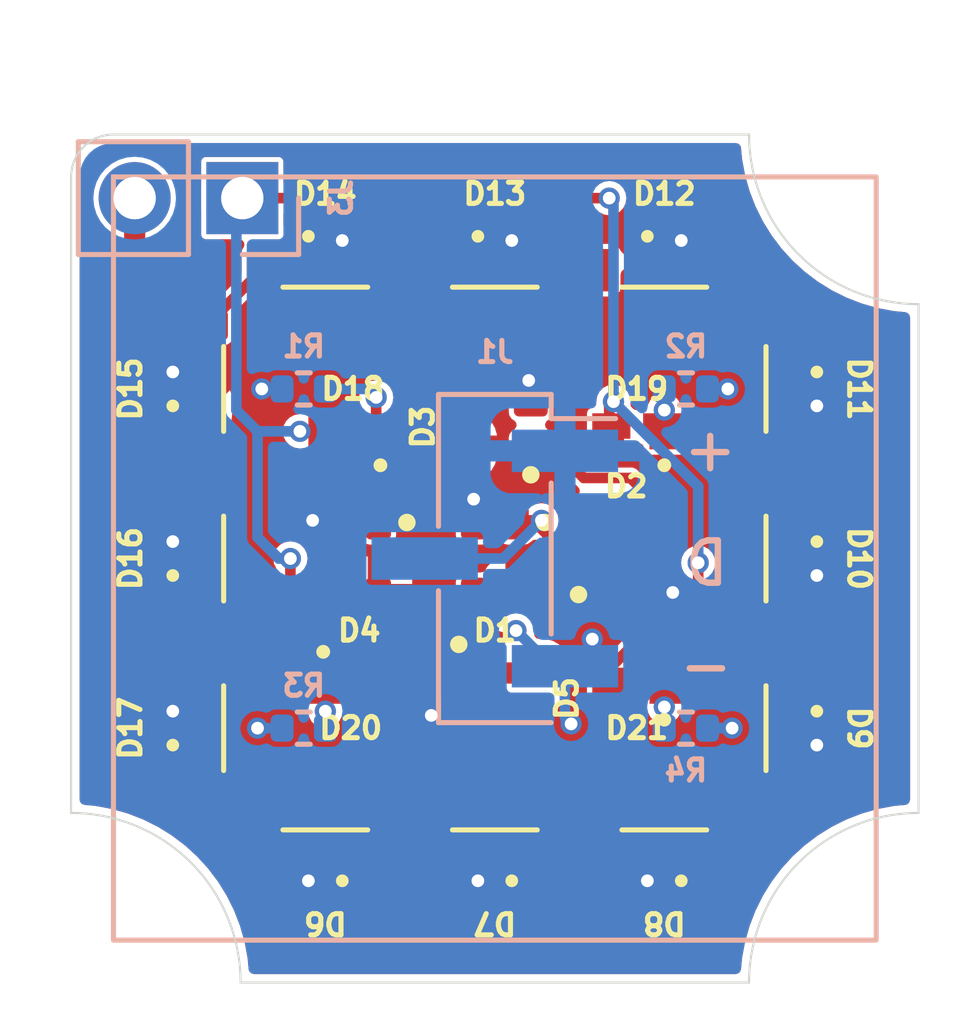
<source format=kicad_pcb>
(kicad_pcb (version 20241229) (generator "pcbnew") (generator_version "9.0")
  (layers (0 "F.Cu" signal) (4 "In1.Cu" signal) (6 "In2.Cu" signal) (2 "B.Cu" signal) (13 "F.Paste" user) (15 "B.Paste" user) (5 "F.SilkS" user "F.Silkscreen") (7 "B.SilkS" user "B.Silkscreen") (1 "F.Mask" user) (3 "B.Mask" user) (25 "Edge.Cuts" user))
  (net 0 "")
  (net 2 "Net-(D2-DOUT)")
  (net 3 "Net-(D3-DOUT)")
  (net 4 "Net-(D4-DOUT)")
  (net 5 "Net-(D5-DOUT)")
  (net 6 "Net-(D6-DOUT)")
  (net 7 "Net-(D7-DOUT)")
  (net 8 "Net-(D8-DOUT)")
  (net 9 "Net-(D10-DIN)")
  (net 10 "Net-(D10-DOUT)")
  (net 11 "Net-(D11-DOUT)")
  (net 12 "Net-(D12-DOUT)")
  (net 13 "Net-(D13-DOUT)")
  (net 14 "Net-(D14-DOUT)")
  (net 15 "Net-(D15-DOUT)")
  (net 16 "Net-(D16-DOUT)")
  (net 18 "GND")
  (net 19 "+5V")
  (net 20 "Net-(D18-K)")
  (net 21 "Net-(D19-K)")
  (net 22 "Net-(D20-K)")
  (net 23 "Net-(D21-K)")
  (net 24 "Net-(D18-A)")
  (net 25 "Net-(D1-DIN)")
  (footprint "Pixels-dice:SK68XX-EC3210F" (layer "F.Cu") (at 136.8 76 -90)
    (property "Reference" "D11" (at 0 -1.8 270) (layer "F.SilkS") (effects (font (size 0.5 0.5) (thickness 0.12))))
    (property "Value" "SK68XX-EC3210F" (hide yes))
    (fp_line (start -1 0.4) (end 1 0.4) (stroke (width 0.12)) (layer "F.SilkS"))
    (fp_circle (center -0.4 -0.8) (end -0.3 -0.8) (stroke (width 0.1)) (fill yes) (layer "F.SilkS"))
    (pad "1" smd roundrect (at -0.425 -0.2 270) (size 0.5 0.6) (layers "F.Cu" "F.Mask" "F.Paste") (roundrect_rratio 0.2) (net 18 "GND"))
    (pad "2" smd roundrect (at -1.505 0 270) (size 0.7 1) (layers "F.Cu" "F.Mask" "F.Paste") (roundrect_rratio 0.1428571429) (net 11 "Net-(D11-DOUT)"))
    (pad "3" smd roundrect (at 1.505 0 270) (size 0.7 1) (layers "F.Cu" "F.Mask" "F.Paste") (roundrect_rratio 0.1428571429) (net 10 "Net-(D10-DOUT)"))
    (pad "4" smd roundrect (at 0.425 -0.2 270) (size 0.5 0.6) (layers "F.Cu" "F.Mask" "F.Paste") (roundrect_rratio 0.2) (net 19 "+5V"))
  )
  (footprint "Pixels-dice:SK68XX-EC3210F" (layer "F.Cu") (at 134 73.2)
    (property "Reference" "D12" (at 0 -1.8 0) (layer "F.SilkS") (effects (font (size 0.5 0.5) (thickness 0.12))))
    (property "Value" "SK68XX-EC3210F" (hide yes))
    (fp_line (start -1 0.4) (end 1 0.4) (stroke (width 0.12)) (layer "F.SilkS"))
    (fp_circle (center -0.4 -0.8) (end -0.3 -0.8) (stroke (width 0.1)) (fill yes) (layer "F.SilkS"))
    (pad "1" smd roundrect (at -0.425 -0.2) (size 0.5 0.6) (layers "F.Cu" "F.Mask" "F.Paste") (roundrect_rratio 0.2) (net 18 "GND"))
    (pad "2" smd roundrect (at -1.505 0) (size 0.7 1) (layers "F.Cu" "F.Mask" "F.Paste") (roundrect_rratio 0.1428571429) (net 12 "Net-(D12-DOUT)"))
    (pad "3" smd roundrect (at 1.505 0) (size 0.7 1) (layers "F.Cu" "F.Mask" "F.Paste") (roundrect_rratio 0.1428571429) (net 11 "Net-(D11-DOUT)"))
    (pad "4" smd roundrect (at 0.425 -0.2) (size 0.5 0.6) (layers "F.Cu" "F.Mask" "F.Paste") (roundrect_rratio 0.2) (net 19 "+5V"))
  )
  (footprint "Pixels-dice:TX1812Z_2020" (layer "F.Cu") (at 126.75 80)
    (property "Reference" "D4" (at 0.05 1.7 180) (layer "F.SilkS") (effects (font (size 0.5 0.5) (thickness 0.12))))
    (property "Value" "TX1812ZWA5")
    (fp_circle (center 1.175 -0.85) (end 1.320774 -0.85) (stroke (width 0.12)) (fill yes) (layer "F.SilkS"))
    (pad "1" smd roundrect (at 0.5 -0.85 90) (size 0.8 0.6) (layers "F.Cu" "F.Mask" "F.Paste") (roundrect_rratio 0.2) (net 3 "Net-(D3-DOUT)"))
    (pad "2" smd roundrect (at -0.5 -0.85 90) (size 0.8 0.6) (layers "F.Cu" "F.Mask" "F.Paste") (roundrect_rratio 0.2) (net 19 "+5V"))
    (pad "3" smd roundrect (at -0.5 0.85 90) (size 0.8 0.6) (layers "F.Cu" "F.Mask" "F.Paste") (roundrect_rratio 0.2) (net 4 "Net-(D4-DOUT)"))
    (pad "4" smd roundrect (at 0.5 0.85 90) (size 0.8 0.6) (layers "F.Cu" "F.Mask" "F.Paste") (roundrect_rratio 0.2) (net 18 "GND"))
  )
  (footprint "Pixels-dice:SK68XX-EC3210F" (layer "F.Cu") (at 126 86.8 180)
    (property "Reference" "D6" (at 0 -1.8 180) (layer "F.SilkS") (effects (font (size 0.5 0.5) (thickness 0.12))))
    (property "Value" "SK68XX-EC3210F" (hide yes))
    (fp_line (start -1 0.4) (end 1 0.4) (stroke (width 0.12)) (layer "F.SilkS"))
    (fp_circle (center -0.4 -0.8) (end -0.3 -0.8) (stroke (width 0.1)) (fill yes) (layer "F.SilkS"))
    (pad "1" smd roundrect (at -0.425 -0.2 180) (size 0.5 0.6) (layers "F.Cu" "F.Mask" "F.Paste") (roundrect_rratio 0.2) (net 18 "GND"))
    (pad "2" smd roundrect (at -1.505 0 180) (size 0.7 1) (layers "F.Cu" "F.Mask" "F.Paste") (roundrect_rratio 0.1428571429) (net 6 "Net-(D6-DOUT)"))
    (pad "3" smd roundrect (at 1.505 0 180) (size 0.7 1) (layers "F.Cu" "F.Mask" "F.Paste") (roundrect_rratio 0.1428571429) (net 5 "Net-(D5-DOUT)"))
    (pad "4" smd roundrect (at 0.425 -0.2 180) (size 0.5 0.6) (layers "F.Cu" "F.Mask" "F.Paste") (roundrect_rratio 0.2) (net 19 "+5V"))
  )
  (footprint "Pixels-dice:TX1812Z_2020" (layer "F.Cu") (at 130 80)
    (property "Reference" "D1" (at 0 1.7 180) (layer "F.SilkS") (effects (font (size 0.5 0.5) (thickness 0.12))))
    (property "Value" "TX1812ZWA5")
    (fp_circle (center 1.175 -0.85) (end 1.320774 -0.85) (stroke (width 0.12)) (fill yes) (layer "F.SilkS"))
    (pad "1" smd roundrect (at 0.5 -0.85 90) (size 0.8 0.6) (layers "F.Cu" "F.Mask" "F.Paste") (roundrect_rratio 0.2) (net 25 "Net-(D1-DIN)"))
    (pad "2" smd roundrect (at -0.5 -0.85 90) (size 0.8 0.6) (layers "F.Cu" "F.Mask" "F.Paste") (roundrect_rratio 0.2) (net 19 "+5V"))
    (pad "3" smd roundrect (at -0.5 0.85 90) (size 0.8 0.6) (layers "F.Cu" "F.Mask" "F.Paste") (roundrect_rratio 0.2))
    (pad "4" smd roundrect (at 0.5 0.85 90) (size 0.8 0.6) (layers "F.Cu" "F.Mask" "F.Paste") (roundrect_rratio 0.2) (net 18 "GND"))
  )
  (footprint "Pixels-dice:SK68XX-EC3210F" (layer "F.Cu") (at 130 73.2)
    (property "Reference" "D13" (at 0 -1.8 0) (layer "F.SilkS") (effects (font (size 0.5 0.5) (thickness 0.12))))
    (property "Value" "SK68XX-EC3210F" (hide yes))
    (fp_line (start -1 0.4) (end 1 0.4) (stroke (width 0.12)) (layer "F.SilkS"))
    (fp_circle (center -0.4 -0.8) (end -0.3 -0.8) (stroke (width 0.1)) (fill yes) (layer "F.SilkS"))
    (pad "1" smd roundrect (at -0.425 -0.2) (size 0.5 0.6) (layers "F.Cu" "F.Mask" "F.Paste") (roundrect_rratio 0.2) (net 18 "GND"))
    (pad "2" smd roundrect (at -1.505 0) (size 0.7 1) (layers "F.Cu" "F.Mask" "F.Paste") (roundrect_rratio 0.1428571429) (net 13 "Net-(D13-DOUT)"))
    (pad "3" smd roundrect (at 1.505 0) (size 0.7 1) (layers "F.Cu" "F.Mask" "F.Paste") (roundrect_rratio 0.1428571429) (net 12 "Net-(D12-DOUT)"))
    (pad "4" smd roundrect (at 0.425 -0.2) (size 0.5 0.6) (layers "F.Cu" "F.Mask" "F.Paste") (roundrect_rratio 0.2) (net 19 "+5V"))
  )
  (footprint "Pixels-dice:SK68XX-EC3210F" (layer "F.Cu") (at 136.8 84 -90)
    (property "Reference" "D9" (at 0 -1.8 270) (layer "F.SilkS") (effects (font (size 0.5 0.5) (thickness 0.12))))
    (property "Value" "SK68XX-EC3210F" (hide yes))
    (fp_line (start -1 0.4) (end 1 0.4) (stroke (width 0.12)) (layer "F.SilkS"))
    (fp_circle (center -0.4 -0.8) (end -0.3 -0.8) (stroke (width 0.1)) (fill yes) (layer "F.SilkS"))
    (pad "1" smd roundrect (at -0.425 -0.2 270) (size 0.5 0.6) (layers "F.Cu" "F.Mask" "F.Paste") (roundrect_rratio 0.2) (net 18 "GND"))
    (pad "2" smd roundrect (at -1.505 0 270) (size 0.7 1) (layers "F.Cu" "F.Mask" "F.Paste") (roundrect_rratio 0.1428571429) (net 9 "Net-(D10-DIN)"))
    (pad "3" smd roundrect (at 1.505 0 270) (size 0.7 1) (layers "F.Cu" "F.Mask" "F.Paste") (roundrect_rratio 0.1428571429) (net 8 "Net-(D8-DOUT)"))
    (pad "4" smd roundrect (at 0.425 -0.2 270) (size 0.5 0.6) (layers "F.Cu" "F.Mask" "F.Paste") (roundrect_rratio 0.2) (net 19 "+5V"))
  )
  (footprint "Pixels-dice:TX1812Z_2020" (layer "F.Cu") (at 133.15 80 180)
    (property "Reference" "D2" (at 0.05 1.7 0) (layer "F.SilkS") (effects (font (size 0.5 0.5) (thickness 0.12))))
    (property "Value" "TX1812ZWA5")
    (fp_circle (center 1.175 -0.85) (end 1.320774 -0.85) (stroke (width 0.12)) (fill yes) (layer "F.SilkS"))
    (pad "1" smd roundrect (at 0.5 -0.85 270) (size 0.8 0.6) (layers "F.Cu" "F.Mask" "F.Paste") (roundrect_rratio 0.2) (net 25 "Net-(D1-DIN)"))
    (pad "2" smd roundrect (at -0.5 -0.85 270) (size 0.8 0.6) (layers "F.Cu" "F.Mask" "F.Paste") (roundrect_rratio 0.2) (net 19 "+5V"))
    (pad "3" smd roundrect (at -0.5 0.85 270) (size 0.8 0.6) (layers "F.Cu" "F.Mask" "F.Paste") (roundrect_rratio 0.2) (net 2 "Net-(D2-DOUT)"))
    (pad "4" smd roundrect (at 0.5 0.85 270) (size 0.8 0.6) (layers "F.Cu" "F.Mask" "F.Paste") (roundrect_rratio 0.2) (net 18 "GND"))
  )
  (footprint "Pixels-dice:SK68XX-EC3210F" (layer "F.Cu") (at 123.2 76 90)
    (property "Reference" "D15" (at 0 -1.8 90) (layer "F.SilkS") (effects (font (size 0.5 0.5) (thickness 0.12))))
    (property "Value" "SK68XX-EC3210F" (hide yes))
    (fp_line (start -1 0.4) (end 1 0.4) (stroke (width 0.12)) (layer "F.SilkS"))
    (fp_circle (center -0.4 -0.8) (end -0.3 -0.8) (stroke (width 0.1)) (fill yes) (layer "F.SilkS"))
    (pad "1" smd roundrect (at -0.425 -0.2 90) (size 0.5 0.6) (layers "F.Cu" "F.Mask" "F.Paste") (roundrect_rratio 0.2) (net 18 "GND"))
    (pad "2" smd roundrect (at -1.505 0 90) (size 0.7 1) (layers "F.Cu" "F.Mask" "F.Paste") (roundrect_rratio 0.1428571429) (net 15 "Net-(D15-DOUT)"))
    (pad "3" smd roundrect (at 1.505 0 90) (size 0.7 1) (layers "F.Cu" "F.Mask" "F.Paste") (roundrect_rratio 0.1428571429) (net 14 "Net-(D14-DOUT)"))
    (pad "4" smd roundrect (at 0.425 -0.2 90) (size 0.5 0.6) (layers "F.Cu" "F.Mask" "F.Paste") (roundrect_rratio 0.2) (net 19 "+5V"))
  )
  (footprint "Pixels-dice:MHP1016UVACT" (layer "F.Cu") (at 133.35 83 180)
    (property "Reference" "D21" (at 0 -1 0) (layer "F.SilkS") (effects (font (size 0.5 0.5) (thickness 0.12))))
    (property "Value" "UV LED" (hide yes))
    (fp_circle (center -0.65 -0.8) (end -0.546922 -0.8) (stroke (width 0.12)) (fill yes) (layer "F.SilkS"))
    (pad "1" smd custom (at -0.6 0 180) (size 0.1 0.1) (layers "F.Cu" "F.Mask" "F.Paste") (net 23 "Net-(D21-K)") (options (clearance outline) (anchor rect)) (primitives (gr_poly (pts (xy -0.45 -0.425) (xy -0.45 0.425) (xy 0.45 0.425) (xy 0.45 -0.175) (xy 0.3 -0.175) (xy 0.3 -0.425)) (width 0) (fill yes))))
    (pad "2" smd custom (at 0.65 0 180) (size 0.1 0.1) (layers "F.Cu" "F.Mask" "F.Paste") (net 24 "Net-(D18-A)") (options (clearance outline) (anchor rect)) (primitives (gr_poly (pts (xy 0.4 -0.425) (xy 0.4 0.425) (xy -0.5 0.425) (xy -0.5 -0.175) (xy -0.35 -0.175) (xy -0.35 -0.425)) (width 0) (fill yes))))
  )
  (footprint "Pixels-dice:SK68XX-EC3210F" (layer "F.Cu") (at 130 86.8 180)
    (property "Reference" "D7" (at 0 -1.8 180) (layer "F.SilkS") (effects (font (size 0.5 0.5) (thickness 0.12))))
    (property "Value" "SK68XX-EC3210F" (hide yes))
    (fp_line (start -1 0.4) (end 1 0.4) (stroke (width 0.12)) (layer "F.SilkS"))
    (fp_circle (center -0.4 -0.8) (end -0.3 -0.8) (stroke (width 0.1)) (fill yes) (layer "F.SilkS"))
    (pad "1" smd roundrect (at -0.425 -0.2 180) (size 0.5 0.6) (layers "F.Cu" "F.Mask" "F.Paste") (roundrect_rratio 0.2) (net 18 "GND"))
    (pad "2" smd roundrect (at -1.505 0 180) (size 0.7 1) (layers "F.Cu" "F.Mask" "F.Paste") (roundrect_rratio 0.1428571429) (net 7 "Net-(D7-DOUT)"))
    (pad "3" smd roundrect (at 1.505 0 180) (size 0.7 1) (layers "F.Cu" "F.Mask" "F.Paste") (roundrect_rratio 0.1428571429) (net 6 "Net-(D6-DOUT)"))
    (pad "4" smd roundrect (at 0.425 -0.2 180) (size 0.5 0.6) (layers "F.Cu" "F.Mask" "F.Paste") (roundrect_rratio 0.2) (net 19 "+5V"))
  )
  (footprint "Pixels-dice:SK68XX-EC3210F" (layer "F.Cu") (at 123.2 84 90)
    (property "Reference" "D17" (at 0 -1.8 90) (layer "F.SilkS") (effects (font (size 0.5 0.5) (thickness 0.12))))
    (property "Value" "SK68XX-EC3210F" (hide yes))
    (fp_line (start -1 0.4) (end 1 0.4) (stroke (width 0.12)) (layer "F.SilkS"))
    (fp_circle (center -0.4 -0.8) (end -0.3 -0.8) (stroke (width 0.1)) (fill yes) (layer "F.SilkS"))
    (pad "1" smd roundrect (at -0.425 -0.2 90) (size 0.5 0.6) (layers "F.Cu" "F.Mask" "F.Paste") (roundrect_rratio 0.2) (net 18 "GND"))
    (pad "2" smd roundrect (at -1.505 0 90) (size 0.7 1) (layers "F.Cu" "F.Mask" "F.Paste") (roundrect_rratio 0.1428571429))
    (pad "3" smd roundrect (at 1.505 0 90) (size 0.7 1) (layers "F.Cu" "F.Mask" "F.Paste") (roundrect_rratio 0.1428571429) (net 16 "Net-(D16-DOUT)"))
    (pad "4" smd roundrect (at 0.425 -0.2 90) (size 0.5 0.6) (layers "F.Cu" "F.Mask" "F.Paste") (roundrect_rratio 0.2) (net 19 "+5V"))
  )
  (footprint "Pixels-dice:SK68XX-EC3210F" (layer "F.Cu") (at 134 86.8 180)
    (property "Reference" "D8" (at 0 -1.8 180) (layer "F.SilkS") (effects (font (size 0.5 0.5) (thickness 0.12))))
    (property "Value" "SK68XX-EC3210F" (hide yes))
    (fp_line (start -1 0.4) (end 1 0.4) (stroke (width 0.12)) (layer "F.SilkS"))
    (fp_circle (center -0.4 -0.8) (end -0.3 -0.8) (stroke (width 0.1)) (fill yes) (layer "F.SilkS"))
    (pad "1" smd roundrect (at -0.425 -0.2 180) (size 0.5 0.6) (layers "F.Cu" "F.Mask" "F.Paste") (roundrect_rratio 0.2) (net 18 "GND"))
    (pad "2" smd roundrect (at -1.505 0 180) (size 0.7 1) (layers "F.Cu" "F.Mask" "F.Paste") (roundrect_rratio 0.1428571429) (net 8 "Net-(D8-DOUT)"))
    (pad "3" smd roundrect (at 1.505 0 180) (size 0.7 1) (layers "F.Cu" "F.Mask" "F.Paste") (roundrect_rratio 0.1428571429) (net 7 "Net-(D7-DOUT)"))
    (pad "4" smd roundrect (at 0.425 -0.2 180) (size 0.5 0.6) (layers "F.Cu" "F.Mask" "F.Paste") (roundrect_rratio 0.2) (net 19 "+5V"))
  )
  (footprint "Pixels-dice:SK68XX-EC3210F" (layer "F.Cu") (at 136.8 80 -90)
    (property "Reference" "D10" (at 0 -1.8 270) (layer "F.SilkS") (effects (font (size 0.5 0.5) (thickness 0.12))))
    (property "Value" "SK68XX-EC3210F" (hide yes))
    (fp_line (start -1 0.4) (end 1 0.4) (stroke (width 0.12)) (layer "F.SilkS"))
    (fp_circle (center -0.4 -0.8) (end -0.3 -0.8) (stroke (width 0.1)) (fill yes) (layer "F.SilkS"))
    (pad "1" smd roundrect (at -0.425 -0.2 270) (size 0.5 0.6) (layers "F.Cu" "F.Mask" "F.Paste") (roundrect_rratio 0.2) (net 18 "GND"))
    (pad "2" smd roundrect (at -1.505 0 270) (size 0.7 1) (layers "F.Cu" "F.Mask" "F.Paste") (roundrect_rratio 0.1428571429) (net 10 "Net-(D10-DOUT)"))
    (pad "3" smd roundrect (at 1.505 0 270) (size 0.7 1) (layers "F.Cu" "F.Mask" "F.Paste") (roundrect_rratio 0.1428571429) (net 9 "Net-(D10-DIN)"))
    (pad "4" smd roundrect (at 0.425 -0.2 270) (size 0.5 0.6) (layers "F.Cu" "F.Mask" "F.Paste") (roundrect_rratio 0.2) (net 19 "+5V"))
  )
  (footprint "Pixels-dice:SK68XX-EC3210F" (layer "F.Cu") (at 123.2 80 90)
    (property "Reference" "D16" (at 0 -1.8 90) (layer "F.SilkS") (effects (font (size 0.5 0.5) (thickness 0.12))))
    (property "Value" "SK68XX-EC3210F" (hide yes))
    (fp_line (start -1 0.4) (end 1 0.4) (stroke (width 0.12)) (layer "F.SilkS"))
    (fp_circle (center -0.4 -0.8) (end -0.3 -0.8) (stroke (width 0.1)) (fill yes) (layer "F.SilkS"))
    (pad "1" smd roundrect (at -0.425 -0.2 90) (size 0.5 0.6) (layers "F.Cu" "F.Mask" "F.Paste") (roundrect_rratio 0.2) (net 18 "GND"))
    (pad "2" smd roundrect (at -1.505 0 90) (size 0.7 1) (layers "F.Cu" "F.Mask" "F.Paste") (roundrect_rratio 0.1428571429) (net 16 "Net-(D16-DOUT)"))
    (pad "3" smd roundrect (at 1.505 0 90) (size 0.7 1) (layers "F.Cu" "F.Mask" "F.Paste") (roundrect_rratio 0.1428571429) (net 15 "Net-(D15-DOUT)"))
    (pad "4" smd roundrect (at 0.425 -0.2 90) (size 0.5 0.6) (layers "F.Cu" "F.Mask" "F.Paste") (roundrect_rratio 0.2) (net 19 "+5V"))
  )
  (footprint "Pixels-dice:TX1812Z_2020" (layer "F.Cu") (at 130 76.85 -90)
    (property "Reference" "D3" (at 0.05 1.7 90) (layer "F.SilkS") (effects (font (size 0.5 0.5) (thickness 0.12))))
    (property "Value" "TX1812ZWA5")
    (fp_circle (center 1.175 -0.85) (end 1.320774 -0.85) (stroke (width 0.12)) (fill yes) (layer "F.SilkS"))
    (pad "1" smd roundrect (at 0.5 -0.85) (size 0.8 0.6) (layers "F.Cu" "F.Mask" "F.Paste") (roundrect_rratio 0.2) (net 2 "Net-(D2-DOUT)"))
    (pad "2" smd roundrect (at -0.5 -0.85) (size 0.8 0.6) (layers "F.Cu" "F.Mask" "F.Paste") (roundrect_rratio 0.2) (net 19 "+5V"))
    (pad "3" smd roundrect (at -0.5 0.85) (size 0.8 0.6) (layers "F.Cu" "F.Mask" "F.Paste") (roundrect_rratio 0.2) (net 3 "Net-(D3-DOUT)"))
    (pad "4" smd roundrect (at 0.5 0.85) (size 0.8 0.6) (layers "F.Cu" "F.Mask" "F.Paste") (roundrect_rratio 0.2) (net 18 "GND"))
  )
  (footprint "Pixels-dice:SK68XX-EC3210F" (layer "F.Cu") (at 126 73.2)
    (property "Reference" "D14" (at 0 -1.8 0) (layer "F.SilkS") (effects (font (size 0.5 0.5) (thickness 0.12))))
    (property "Value" "SK68XX-EC3210F" (hide yes))
    (fp_line (start -1 0.4) (end 1 0.4) (stroke (width 0.12)) (layer "F.SilkS"))
    (fp_circle (center -0.4 -0.8) (end -0.3 -0.8) (stroke (width 0.1)) (fill yes) (layer "F.SilkS"))
    (pad "1" smd roundrect (at -0.425 -0.2) (size 0.5 0.6) (layers "F.Cu" "F.Mask" "F.Paste") (roundrect_rratio 0.2) (net 18 "GND"))
    (pad "2" smd roundrect (at -1.505 0) (size 0.7 1) (layers "F.Cu" "F.Mask" "F.Paste") (roundrect_rratio 0.1428571429) (net 14 "Net-(D14-DOUT)"))
    (pad "3" smd roundrect (at 1.505 0) (size 0.7 1) (layers "F.Cu" "F.Mask" "F.Paste") (roundrect_rratio 0.1428571429) (net 13 "Net-(D13-DOUT)"))
    (pad "4" smd roundrect (at 0.425 -0.2) (size 0.5 0.6) (layers "F.Cu" "F.Mask" "F.Paste") (roundrect_rratio 0.2) (net 19 "+5V"))
  )
  (footprint "Pixels-dice:MHP1016UVACT" (layer "F.Cu") (at 126.65 77 180)
    (property "Reference" "D18" (at 0 1 0) (layer "F.SilkS") (effects (font (size 0.5 0.5) (thickness 0.12))))
    (property "Value" "UV LED" (hide yes))
    (fp_circle (center -0.65 -0.8) (end -0.546922 -0.8) (stroke (width 0.12)) (fill yes) (layer "F.SilkS"))
    (pad "1" smd custom (at -0.6 0 180) (size 0.1 0.1) (layers "F.Cu" "F.Mask" "F.Paste") (net 20 "Net-(D18-K)") (options (clearance outline) (anchor rect)) (primitives (gr_poly (pts (xy -0.45 -0.425) (xy -0.45 0.425) (xy 0.45 0.425) (xy 0.45 -0.175) (xy 0.3 -0.175) (xy 0.3 -0.425)) (width 0) (fill yes))))
    (pad "2" smd custom (at 0.65 0 180) (size 0.1 0.1) (layers "F.Cu" "F.Mask" "F.Paste") (net 24 "Net-(D18-A)") (options (clearance outline) (anchor rect)) (primitives (gr_poly (pts (xy 0.4 -0.425) (xy 0.4 0.425) (xy -0.5 0.425) (xy -0.5 -0.175) (xy -0.35 -0.175) (xy -0.35 -0.425)) (width 0) (fill yes))))
  )
  (footprint "Pixels-dice:MHP1016UVACT" (layer "F.Cu") (at 133.35 77 180)
    (property "Reference" "D19" (at 0 1 0) (layer "F.SilkS") (effects (font (size 0.5 0.5) (thickness 0.12))))
    (property "Value" "UV LED" (hide yes))
    (fp_circle (center -0.65 -0.8) (end -0.546922 -0.8) (stroke (width 0.12)) (fill yes) (layer "F.SilkS"))
    (pad "1" smd custom (at -0.6 0 180) (size 0.1 0.1) (layers "F.Cu" "F.Mask" "F.Paste") (net 21 "Net-(D19-K)") (options (clearance outline) (anchor rect)) (primitives (gr_poly (pts (xy -0.45 -0.425) (xy -0.45 0.425) (xy 0.45 0.425) (xy 0.45 -0.175) (xy 0.3 -0.175) (xy 0.3 -0.425)) (width 0) (fill yes))))
    (pad "2" smd custom (at 0.65 0 180) (size 0.1 0.1) (layers "F.Cu" "F.Mask" "F.Paste") (net 24 "Net-(D18-A)") (options (clearance outline) (anchor rect)) (primitives (gr_poly (pts (xy 0.4 -0.425) (xy 0.4 0.425) (xy -0.5 0.425) (xy -0.5 -0.175) (xy -0.35 -0.175) (xy -0.35 -0.425)) (width 0) (fill yes))))
  )
  (footprint "Pixels-dice:TX1812Z_2020" (layer "F.Cu") (at 130 83.2 90)
    (property "Reference" "D5" (at -0.1 1.7 90) (layer "F.SilkS") (effects (font (size 0.5 0.5) (thickness 0.12))))
    (property "Value" "TX1812ZWA5")
    (fp_circle (center 1.175 -0.85) (end 1.320774 -0.85) (stroke (width 0.12)) (fill yes) (layer "F.SilkS"))
    (pad "1" smd roundrect (at 0.5 -0.85 180) (size 0.8 0.6) (layers "F.Cu" "F.Mask" "F.Paste") (roundrect_rratio 0.2) (net 4 "Net-(D4-DOUT)"))
    (pad "2" smd roundrect (at -0.5 -0.85 180) (size 0.8 0.6) (layers "F.Cu" "F.Mask" "F.Paste") (roundrect_rratio 0.2) (net 19 "+5V"))
    (pad "3" smd roundrect (at -0.5 0.85 180) (size 0.8 0.6) (layers "F.Cu" "F.Mask" "F.Paste") (roundrect_rratio 0.2) (net 5 "Net-(D5-DOUT)"))
    (pad "4" smd roundrect (at 0.5 0.85 180) (size 0.8 0.6) (layers "F.Cu" "F.Mask" "F.Paste") (roundrect_rratio 0.2) (net 18 "GND"))
  )
  (footprint "Pixels-dice:MHP1016UVACT" (layer "F.Cu") (at 126.6 83)
    (property "Reference" "D20" (at 0 1 0) (layer "F.SilkS") (effects (font (size 0.5 0.5) (thickness 0.12))))
    (property "Value" "UV LED" (hide yes))
    (fp_circle (center -0.65 -0.8) (end -0.546922 -0.8) (stroke (width 0.12)) (fill yes) (layer "F.SilkS"))
    (pad "1" smd custom (at -0.6 0) (size 0.1 0.1) (layers "F.Cu" "F.Mask" "F.Paste") (net 22 "Net-(D20-K)") (options (clearance outline) (anchor rect)) (primitives (gr_poly (pts (xy -0.45 -0.425) (xy -0.45 0.425) (xy 0.45 0.425) (xy 0.45 -0.175) (xy 0.3 -0.175) (xy 0.3 -0.425)) (width 0) (fill yes))))
    (pad "2" smd custom (at 0.65 0) (size 0.1 0.1) (layers "F.Cu" "F.Mask" "F.Paste") (net 24 "Net-(D18-A)") (options (clearance outline) (anchor rect)) (primitives (gr_poly (pts (xy 0.4 -0.425) (xy 0.4 0.425) (xy -0.5 0.425) (xy -0.5 -0.175) (xy -0.35 -0.175) (xy -0.35 -0.425)) (width 0) (fill yes))))
  )
  (footprint "Resistor_SMD:R_0402_1005Metric" (layer "B.Cu") (at 134.51 76)
    (property "Reference" "R2" (at 0 -1 0) (layer "B.SilkS") (effects (font (size 0.5 0.5) (thickness 0.12)) (justify mirror)))
    (property "Value" "33R 1%")
    (fp_line (start 0.153641 -0.38) (end -0.153641 -0.38) (stroke (width 0.12)) (layer "B.SilkS"))
    (fp_line (start 0.153641 0.38) (end -0.153641 0.38) (stroke (width 0.12)) (layer "B.SilkS"))
    (pad "1" smd roundrect (at -0.51 0) (size 0.54 0.64) (layers "B.Cu" "B.Mask" "B.Paste") (net 21 "Net-(D19-K)"))
    (pad "2" smd roundrect (at 0.51 0) (size 0.54 0.64) (layers "B.Cu" "B.Mask" "B.Paste") (net 18 "GND"))
  )
  (footprint "Resistor_SMD:R_0402_1005Metric" (layer "B.Cu") (at 125.49 76 180)
    (property "Reference" "R1" (at 0 1 0) (layer "B.SilkS") (effects (font (size 0.5 0.5) (thickness 0.12)) (justify mirror)))
    (property "Value" "33R 1%")
    (fp_line (start 0.153641 0.38) (end -0.153641 0.38) (stroke (width 0.12)) (layer "B.SilkS"))
    (fp_line (start 0.153641 -0.38) (end -0.153641 -0.38) (stroke (width 0.12)) (layer "B.SilkS"))
    (pad "1" smd roundrect (at -0.51 0 180) (size 0.54 0.64) (layers "B.Cu" "B.Mask" "B.Paste") (net 20 "Net-(D18-K)"))
    (pad "2" smd roundrect (at 0.51 0 180) (size 0.54 0.64) (layers "B.Cu" "B.Mask" "B.Paste") (net 18 "GND"))
  )
  (footprint "Resistor_SMD:R_0402_1005Metric" (layer "B.Cu") (at 134.51 84)
    (property "Reference" "R4" (at 0 1 0) (layer "B.SilkS") (effects (font (size 0.5 0.5) (thickness 0.12)) (justify mirror)))
    (property "Value" "33R 1%")
    (fp_line (start 0.153641 -0.38) (end -0.153641 -0.38) (stroke (width 0.12)) (layer "B.SilkS"))
    (fp_line (start 0.153641 0.38) (end -0.153641 0.38) (stroke (width 0.12)) (layer "B.SilkS"))
    (pad "1" smd roundrect (at -0.51 0) (size 0.54 0.64) (layers "B.Cu" "B.Mask" "B.Paste") (net 23 "Net-(D21-K)"))
    (pad "2" smd roundrect (at 0.51 0) (size 0.54 0.64) (layers "B.Cu" "B.Mask" "B.Paste") (net 18 "GND"))
  )
  (footprint "Connector_PinHeader_2.54mm:PinHeader_1x02_P2.54mm_Vertical" (layer "B.Cu") (at 124.04 71.5 90)
    (property "Reference" "J3" (at 0 2.33 90) (layer "B.SilkS") (effects (font (size 0.5 0.5) (thickness 0.12)) (justify mirror)))
    (property "Value" "Conn_01x02")
    (fp_line (start 1.33 -3.87) (end -1.33 -3.87) (stroke (width 0.12)) (layer "B.SilkS"))
    (fp_line (start 1.33 -3.87) (end 1.33 -1.27) (stroke (width 0.12)) (layer "B.SilkS"))
    (fp_line (start -1.33 -3.87) (end -1.33 -1.27) (stroke (width 0.12)) (layer "B.SilkS"))
    (fp_line (start 1.33 -1.27) (end -1.33 -1.27) (stroke (width 0.12)) (layer "B.SilkS"))
    (fp_line (start 0 1.33) (end -1.33 1.33) (stroke (width 0.12)) (layer "B.SilkS"))
    (fp_line (start -1.33 1.33) (end -1.33 0) (stroke (width 0.12)) (layer "B.SilkS"))
    (pad "1" thru_hole rect (at 0 0 90) (size 1.7 1.7) (drill 1) (layers "*.Cu" "*.Mask") (net 24 "Net-(D18-A)"))
    (pad "2" thru_hole oval (at 0 -2.54 90) (size 1.7 1.7) (drill 1) (layers "*.Cu" "*.Mask") (net 18 "GND"))
  )
  (footprint "Resistor_SMD:R_0402_1005Metric" (layer "B.Cu") (at 125.49 84 180)
    (property "Reference" "R3" (at 0 1 0) (layer "B.SilkS") (effects (font (size 0.5 0.5) (thickness 0.12)) (justify mirror)))
    (property "Value" "33R 1%")
    (fp_line (start 0.153641 0.38) (end -0.153641 0.38) (stroke (width 0.12)) (layer "B.SilkS"))
    (fp_line (start 0.153641 -0.38) (end -0.153641 -0.38) (stroke (width 0.12)) (layer "B.SilkS"))
    (pad "1" smd roundrect (at -0.51 0 180) (size 0.54 0.64) (layers "B.Cu" "B.Mask" "B.Paste") (net 22 "Net-(D20-K)"))
    (pad "2" smd roundrect (at 0.51 0 180) (size 0.54 0.64) (layers "B.Cu" "B.Mask" "B.Paste") (net 18 "GND"))
  )
  (footprint "Connector_PinHeader_2.54mm:PinHeader_1x03_P2.54mm_Vertical_SMD_Pin1Left" (layer "B.Cu") (at 130 80 180)
    (property "Reference" "J1" (at 0 4.87 0) (layer "B.SilkS") (effects (font (size 0.5 0.5) (thickness 0.12)) (justify mirror)))
    (property "Value" "HX PZ2.54-1x3P TP-YQ")
    (fp_line (start 1.33 3.87) (end -1.33 3.87) (stroke (width 0.12)) (layer "B.SilkS"))
    (fp_line (start 1.33 0.76) (end 1.33 3.87) (stroke (width 0.12)) (layer "B.SilkS"))
    (fp_line (start 1.33 -3.87) (end 1.33 -0.76) (stroke (width 0.12)) (layer "B.SilkS"))
    (fp_line (start 1.33 -3.87) (end 1.33 -3.3) (stroke (width 0.12)) (layer "B.SilkS"))
    (fp_line (start 1.33 -3.87) (end -1.33 -3.87) (stroke (width 0.12)) (layer "B.SilkS"))
    (fp_line (start -1.33 3.3) (end -1.33 3.87) (stroke (width 0.12)) (layer "B.SilkS"))
    (fp_line (start -1.33 -1.78) (end -1.33 1.78) (stroke (width 0.12)) (layer "B.SilkS"))
    (fp_line (start -2.85 3.3) (end -1.33 3.3) (stroke (width 0.12)) (layer "B.SilkS"))
    (pad "1" smd rect (at -1.655 2.54 180) (size 2.51 1) (layers "B.Cu" "B.Mask" "B.Paste") (net 19 "+5V"))
    (pad "2" smd rect (at 1.655 0 180) (size 2.51 1) (layers "B.Cu" "B.Mask" "B.Paste") (net 25 "Net-(D1-DIN)"))
    (pad "3" smd rect (at -1.655 -2.54 180) (size 2.51 1) (layers "B.Cu" "B.Mask" "B.Paste") (net 18 "GND"))
  )
  (gr_rect (start 121 71) (end 139 89) (stroke (width 0.12)) (fill no) (layer "B.SilkS"))
  (gr_line (start 140 74) (end 140 86) (stroke (width 0.05)) (layer "Edge.Cuts"))
  (gr_arc (start 120 71) (mid 120.292893 70.292893) (end 121 70) (stroke (width 0.05)) (layer "Edge.Cuts"))
  (gr_arc (start 140 74) (mid 137.171573 72.828427) (end 136 70) (stroke (width 0.05)) (layer "Edge.Cuts"))
  (gr_arc (start 136 90) (mid 137.171573 87.171573) (end 140 86) (stroke (width 0.05)) (layer "Edge.Cuts"))
  (gr_line (start 136 90) (end 124 90) (stroke (width 0.05)) (layer "Edge.Cuts"))
  (gr_line (start 120 86) (end 120 71) (stroke (width 0.05)) (layer "Edge.Cuts"))
  (gr_arc (start 120 86) (mid 122.828427 87.171573) (end 124 90) (stroke (width 0.05)) (layer "Edge.Cuts"))
  (gr_line (start 121 70) (end 136 70) (stroke (width 0.05)) (layer "Edge.Cuts"))
  (gr_text "+" (at 135.8 78 -0) (layer "B.SilkS") (effects (font (size 1 1)) (justify left bottom mirror)))
  (gr_text "-" (at 135.7 83.1 -0) (layer "B.SilkS") (effects (font (size 1 1)) (justify left bottom mirror)))
  (gr_text "D" (at 135.6 80.7 -0) (layer "B.SilkS") (effects (font (size 1 1)) (justify left bottom mirror)))
  (segment (start 131.35 77.35) (end 130.85 77.35) (width 0.25) (layer "F.Cu") (net 2))
  (segment (start 132.1 78.1) (end 131.35 77.35) (width 0.25) (layer "F.Cu") (net 2))
  (segment (start 133.65 78.55) (end 133.2 78.1) (width 0.25) (layer "F.Cu") (net 2))
  (segment (start 133.65 79.15) (end 133.65 78.55) (width 0.25) (layer "F.Cu") (net 2))
  (segment (start 133.2 78.1) (end 132.1 78.1) (width 0.25) (layer "F.Cu") (net 2))
  (segment (start 128.75 76.35) (end 128.3 76.8) (width 0.25) (layer "F.Cu") (net 3))
  (segment (start 129.15 76.35) (end 128.75 76.35) (width 0.25) (layer "F.Cu") (net 3))
  (segment (start 128.3 78.1) (end 127.25 79.15) (width 0.25) (layer "F.Cu") (net 3))
  (segment (start 128.3 76.8) (end 128.3 78.1) (width 0.25) (layer "F.Cu") (net 3))
  (segment (start 126.8 81.6) (end 128.05 81.6) (width 0.25) (layer "F.Cu") (net 4))
  (segment (start 126.25 81.05) (end 126.8 81.6) (width 0.25) (layer "F.Cu") (net 4))
  (segment (start 126.25 80.85) (end 126.25 81.05) (width 0.25) (layer "F.Cu") (net 4))
  (segment (start 128.05 81.6) (end 129.15 82.7) (width 0.25) (layer "F.Cu") (net 4))
  (segment (start 124.495 85.605) (end 124.495 86.8) (width 0.25) (layer "F.Cu") (net 5))
  (segment (start 125.1 85) (end 124.495 85.605) (width 0.25) (layer "F.Cu") (net 5))
  (segment (start 130.85 83.7) (end 130.85 83.85) (width 0.25) (layer "F.Cu") (net 5))
  (segment (start 130.85 83.85) (end 129.7 85) (width 0.25) (layer "F.Cu") (net 5))
  (segment (start 129.7 85) (end 125.1 85) (width 0.25) (layer "F.Cu") (net 5))
  (segment (start 127.505 86.8) (end 128.495 86.8) (width 0.25) (layer "F.Cu") (net 6))
  (segment (start 131.505 86.8) (end 132.495 86.8) (width 0.25) (layer "F.Cu") (net 7))
  (segment (start 135.505 86.8) (end 136.8 85.505) (width 0.25) (layer "F.Cu") (net 8))
  (segment (start 136.8 82.495) (end 136.8 81.505) (width 0.25) (layer "F.Cu") (net 9))
  (segment (start 136.8 78.495) (end 136.8 77.505) (width 0.25) (layer "F.Cu") (net 10))
  (segment (start 136.8 74.495) (end 135.505 73.2) (width 0.25) (layer "F.Cu") (net 11))
  (segment (start 132.495 73.2) (end 131.505 73.2) (width 0.25) (layer "F.Cu") (net 12))
  (segment (start 128.495 73.2) (end 127.505 73.2) (width 0.25) (layer "F.Cu") (net 13))
  (segment (start 124.495 73.2) (end 123.2 74.495) (width 0.25) (layer "F.Cu") (net 14))
  (segment (start 123.2 77.505) (end 123.2 78.495) (width 0.25) (layer "F.Cu") (net 15))
  (segment (start 123.2 81.505) (end 123.2 82.495) (width 0.25) (layer "F.Cu") (net 16))
  (via (at 124.4 84) (size 0.5) (drill 0.3) (layers "F.Cu" "B.Cu") (net 18))
  (via (at 135.5 76) (size 0.5) (drill 0.3) (layers "F.Cu" "B.Cu") (net 18))
  (via (at 130.5 81.7) (size 0.5) (drill 0.3) (layers "F.Cu" "B.Cu") (net 18))
  (via (at 131.8 83.9) (size 0.5) (drill 0.3) (layers "F.Cu" "B.Cu") (net 18))
  (via (at 124.5 76) (size 0.5) (drill 0.3) (layers "F.Cu" "B.Cu") (net 18))
  (via (at 132.3 81.9) (size 0.5) (drill 0.3) (layers "F.Cu" "B.Cu") (net 18))
  (via (at 135.6 84) (size 0.5) (drill 0.3) (layers "F.Cu" "B.Cu") (net 18))
  (segment (start 124.98 76) (end 124.5 76) (width 0.25) (layer "B.Cu") (net 18))
  (segment (start 131.655 82.54) (end 131.655 83.755) (width 0.25) (layer "B.Cu") (net 18))
  (segment (start 131.655 82.54) (end 131.34 82.54) (width 0.25) (layer "B.Cu") (net 18))
  (segment (start 131.34 82.54) (end 130.5 81.7) (width 0.25) (layer "B.Cu") (net 18))
  (segment (start 135.02 76) (end 135.5 76) (width 0.25) (layer "B.Cu") (net 18))
  (segment (start 124.98 84) (end 124.4 84) (width 0.25) (layer "B.Cu") (net 18))
  (segment (start 135.02 84) (end 135.6 84) (width 0.25) (layer "B.Cu") (net 18))
  (segment (start 132.3 81.9) (end 132.46 82.54) (width 0.25) (layer "B.Cu") (net 18))
  (segment (start 132.46 82.54) (end 131.655 82.54) (width 0.25) (layer "B.Cu") (net 18))
  (segment (start 131.655 83.755) (end 131.8 83.9) (width 0.25) (layer "B.Cu") (net 18))
  (segment (start 123 83.575) (end 122.425 83.575) (width 0.25) (layer "F.Cu") (net 19))
  (segment (start 134.425 73) (end 134.425 72.525) (width 0.25) (layer "F.Cu") (net 19))
  (segment (start 125.575 87.575) (end 125.6 87.6) (width 0.25) (layer "F.Cu") (net 19))
  (segment (start 126.425 73) (end 126.425 72.525) (width 0.25) (layer "F.Cu") (net 19))
  (segment (start 123 79.575) (end 122.425 79.575) (width 0.25) (layer "F.Cu") (net 19))
  (segment (start 129.575 87.575) (end 129.6 87.6) (width 0.25) (layer "F.Cu") (net 19))
  (segment (start 122.425 83.575) (end 122.4 83.6) (width 0.25) (layer "F.Cu") (net 19))
  (segment (start 133.575 87.575) (end 133.6 87.6) (width 0.25) (layer "F.Cu") (net 19))
  (segment (start 126.25 79.15) (end 125.75 79.15) (width 0.25) (layer "F.Cu") (net 19))
  (segment (start 134.425 72.525) (end 134.4 72.5) (width 0.25) (layer "F.Cu") (net 19))
  (segment (start 123 75.575) (end 122.425 75.575) (width 0.25) (layer "F.Cu") (net 19))
  (segment (start 137 80.425) (end 137.575 80.425) (width 0.25) (layer "F.Cu") (net 19))
  (segment (start 122.425 75.575) (end 122.4 75.6) (width 0.25) (layer "F.Cu") (net 19))
  (segment (start 137.575 84.425) (end 137.6 84.4) (width 0.25) (layer "F.Cu") (net 19))
  (segment (start 125.575 87) (end 125.575 87.575) (width 0.25) (layer "F.Cu") (net 19))
  (segment (start 129.5 79.15) (end 129.5 78.6) (width 0.25) (layer "F.Cu") (net 19))
  (segment (start 133.65 80.85) (end 134.15 80.85) (width 0.25) (layer "F.Cu") (net 19))
  (segment (start 137.575 76.425) (end 137.6 76.4) (width 0.25) (layer "F.Cu") (net 19))
  (segment (start 126.425 72.525) (end 126.4 72.5) (width 0.25) (layer "F.Cu") (net 19))
  (segment (start 137.575 80.425) (end 137.6 80.4) (width 0.25) (layer "F.Cu") (net 19))
  (segment (start 122.425 79.575) (end 122.4 79.6) (width 0.25) (layer "F.Cu") (net 19))
  (segment (start 130.85 76.35) (end 130.85 75.85) (width 0.25) (layer "F.Cu") (net 19))
  (segment (start 134.15 80.85) (end 134.2 80.8) (width 0.25) (layer "F.Cu") (net 19))
  (segment (start 129.15 83.7) (end 128.5 83.7) (width 0.25) (layer "F.Cu") (net 19))
  (segment (start 130.425 73) (end 130.425 72.525) (width 0.25) (layer "F.Cu") (net 19))
  (segment (start 129.575 87) (end 129.575 87.575) (width 0.25) (layer "F.Cu") (net 19))
  (segment (start 133.575 87) (end 133.575 87.575) (width 0.25) (layer "F.Cu") (net 19))
  (segment (start 125.75 79.15) (end 125.7 79.1) (width 0.25) (layer "F.Cu") (net 19))
  (segment (start 130.85 75.85) (end 130.8 75.8) (width 0.25) (layer "F.Cu") (net 19))
  (segment (start 137 84.425) (end 137.575 84.425) (width 0.25) (layer "F.Cu") (net 19))
  (segment (start 130.425 72.525) (end 130.4 72.5) (width 0.25) (layer "F.Cu") (net 19))
  (segment (start 137 76.425) (end 137.575 76.425) (width 0.25) (layer "F.Cu") (net 19))
  (via (at 133.6 87.6) (size 0.5) (drill 0.3) (layers "F.Cu" "B.Cu") (net 19))
  (via (at 129.5 78.6) (size 0.5) (drill 0.3) (layers "F.Cu" "B.Cu") (net 19))
  (via (at 122.4 83.6) (size 0.5) (drill 0.3) (layers "F.Cu" "B.Cu") (net 19))
  (via (at 134.4 72.5) (size 0.5) (drill 0.3) (layers "F.Cu" "B.Cu") (net 19))
  (via (at 130.4 72.5) (size 0.5) (drill 0.3) (layers "F.Cu" "B.Cu") (net 19))
  (via (at 128.5 83.7) (size 0.5) (drill 0.3) (layers "F.Cu" "B.Cu") (net 19))
  (via (at 134.2 80.8) (size 0.5) (drill 0.3) (layers "F.Cu" "B.Cu") (net 19))
  (via (at 122.4 75.6) (size 0.5) (drill 0.3) (layers "F.Cu" "B.Cu") (net 19))
  (via (at 137.6 84.4) (size 0.5) (drill 0.3) (layers "F.Cu" "B.Cu") (net 19))
  (via (at 125.6 87.6) (size 0.5) (drill 0.3) (layers "F.Cu" "B.Cu") (net 19))
  (via (at 122.4 79.6) (size 0.5) (drill 0.3) (layers "F.Cu" "B.Cu") (net 19))
  (via (at 130.8 75.8) (size 0.5) (drill 0.3) (layers "F.Cu" "B.Cu") (net 19))
  (via (at 126.4 72.5) (size 0.5) (drill 0.3) (layers "F.Cu" "B.Cu") (net 19))
  (via (at 137.6 80.4) (size 0.5) (drill 0.3) (layers "F.Cu" "B.Cu") (net 19))
  (via (at 125.7 79.1) (size 0.5) (drill 0.3) (layers "F.Cu" "B.Cu") (net 19))
  (via (at 137.6 76.4) (size 0.5) (drill 0.3) (layers "F.Cu" "B.Cu") (net 19))
  (via (at 129.6 87.6) (size 0.5) (drill 0.3) (layers "F.Cu" "B.Cu") (net 19))
  (segment (start 127.2 76.95) (end 127.25 77) (width 0.25) (layer "F.Cu") (net 20))
  (segment (start 127.2 76.2) (end 127.2 76.95) (width 0.25) (layer "F.Cu") (net 20))
  (via (at 127.2 76.2) (size 0.5) (drill 0.3) (layers "F.Cu" "B.Cu") (net 20))
  (segment (start 126 76) (end 127 76) (width 0.25) (layer "B.Cu") (net 20))
  (segment (start 127 76) (end 127.2 76.2) (width 0.25) (layer "B.Cu") (net 20))
  (segment (start 133.95 76.55) (end 134 76.5) (width 0.25) (layer "F.Cu") (net 21))
  (segment (start 133.95 77) (end 133.95 76.55) (width 0.25) (layer "F.Cu") (net 21))
  (via (at 134 76.5) (size 0.5) (drill 0.3) (layers "F.Cu" "B.Cu") (net 21))
  (segment (start 134 76.5) (end 134 76) (width 0.25) (layer "B.Cu") (net 21))
  (segment (start 126 83.6) (end 126 83) (width 0.25) (layer "F.Cu") (net 22))
  (via (at 126 83.6) (size 0.5) (drill 0.3) (layers "F.Cu" "B.Cu") (net 22))
  (segment (start 126 84) (end 126 83.6) (width 0.25) (layer "B.Cu") (net 22))
  (segment (start 134 83.05) (end 133.95 83) (width 0.25) (layer "F.Cu") (net 23))
  (segment (start 134 83.5) (end 134 83.05) (width 0.25) (layer "F.Cu") (net 23))
  (via (at 134 83.5) (size 0.5) (drill 0.3) (layers "F.Cu" "B.Cu") (net 23))
  (segment (start 134 84) (end 134 83.5) (width 0.25) (layer "B.Cu") (net 23))
  (segment (start 125.8 82.1) (end 125.175 81.475) (width 0.25) (layer "F.Cu") (net 24))
  (segment (start 124.04 71.5) (end 132.7 71.5) (width 0.25) (layer "F.Cu") (net 24))
  (segment (start 134.8 81.2) (end 134.8 80.1) (width 0.25) (layer "F.Cu") (net 24))
  (segment (start 133.3 82) (end 133.5 81.8) (width 0.25) (layer "F.Cu") (net 24))
  (segment (start 126 77) (end 125.4 77) (width 0.25) (layer "F.Cu") (net 24))
  (segment (start 126.9 82.1) (end 125.8 82.1) (width 0.25) (layer "F.Cu") (net 24))
  (segment (start 132.7 76.4) (end 132.8 76.3) (width 0.25) (layer "F.Cu") (net 24))
  (segment (start 132.7 77) (end 132.7 76.4) (width 0.25) (layer "F.Cu") (net 24))
  (segment (start 134.2 81.8) (end 134.8 81.2) (width 0.25) (layer "F.Cu") (net 24))
  (segment (start 125.175 81.475) (end 125.175 80) (width 0.25) (layer "F.Cu") (net 24))
  (segment (start 132.7 83) (end 132.7 82.6) (width 0.25) (layer "F.Cu") (net 24))
  (segment (start 127.25 82.45) (end 126.9 82.1) (width 0.25) (layer "F.Cu") (net 24))
  (segment (start 132.7 82.6) (end 133.3 82) (width 0.25) (layer "F.Cu") (net 24))
  (segment (start 127.25 83) (end 127.25 82.45) (width 0.25) (layer "F.Cu") (net 24))
  (segment (start 133.5 81.8) (end 134.2 81.8) (width 0.25) (layer "F.Cu") (net 24))
  (via (at 125.175 80) (size 0.5) (drill 0.3) (layers "F.Cu" "B.Cu") (net 24))
  (via (at 125.4 77) (size 0.5) (drill 0.3) (layers "F.Cu" "B.Cu") (net 24))
  (via (at 132.7 71.5) (size 0.5) (drill 0.3) (layers "F.Cu" "B.Cu") (net 24))
  (via (at 132.8 76.3) (size 0.5) (drill 0.3) (layers "F.Cu" "B.Cu") (net 24))
  (via (at 134.8 80.1) (size 0.5) (drill 0.3) (layers "F.Cu" "B.Cu") (net 24))
  (segment (start 123.9 71.64) (end 123.9 76.5) (width 0.25) (layer "B.Cu") (net 24))
  (segment (start 132.7 71.5) (end 132.8 71.6) (width 0.25) (layer "B.Cu") (net 24))
  (segment (start 134.8 78.3) (end 132.8 76.3) (width 0.25) (layer "B.Cu") (net 24))
  (segment (start 124.9 80) (end 124.4 79.5) (width 0.25) (layer "B.Cu") (net 24))
  (segment (start 124.4 77) (end 125.4 77) (width 0.25) (layer "B.Cu") (net 24))
  (segment (start 124.04 71.5) (end 123.9 71.64) (width 0.25) (layer "B.Cu") (net 24))
  (segment (start 124.4 79.5) (end 124.4 77) (width 0.25) (layer "B.Cu") (net 24))
  (segment (start 125.175 80) (end 124.9 80) (width 0.25) (layer "B.Cu") (net 24))
  (segment (start 132.8 71.6) (end 132.8 76.3) (width 0.25) (layer "B.Cu") (net 24))
  (segment (start 134.8 80.1) (end 134.8 78.3) (width 0.25) (layer "B.Cu") (net 24))
  (segment (start 123.9 76.5) (end 124.4 77) (width 0.25) (layer "B.Cu") (net 24))
  (segment (start 131.1 79.1) (end 131.1 79.3) (width 0.25) (layer "F.Cu") (net 25))
  (segment (start 130.55 79.1) (end 130.5 79.15) (width 0.25) (layer "F.Cu") (net 25))
  (segment (start 131.1 79.3) (end 132.65 80.85) (width 0.25) (layer "F.Cu") (net 25))
  (segment (start 131.1 79.1) (end 130.55 79.1) (width 0.25) (layer "F.Cu") (net 25))
  (via (at 131.1 79.1) (size 0.5) (drill 0.3) (layers "F.Cu" "B.Cu") (net 25))
  (segment (start 128.345 80) (end 130.2 80) (width 0.25) (layer "B.Cu") (net 25))
  (segment (start 130.2 80) (end 131.1 79.1) (width 0.25) (layer "B.Cu") (net 25))
  (zone (net 18) (net_name "GND") (layer "F.Cu") (connect_pads (clearance 0)) (min_thickness 0.25) (fill yes (thermal_gap 0.5) (thermal_bridge_width 0.5))
    (polygon (pts (xy 141 69) (xy 119 69) (xy 119 91) (xy 141 91)))
  )
  (zone (net 19) (net_name "+5V") (layer "B.Cu") (priority 1) (connect_pads (clearance 0)) (min_thickness 0.25) (fill yes (thermal_gap 0.5) (thermal_bridge_width 0.5))
    (polygon (pts (xy 119 69) (xy 119 91) (xy 141 91) (xy 141 69)))
  )
)
</source>
